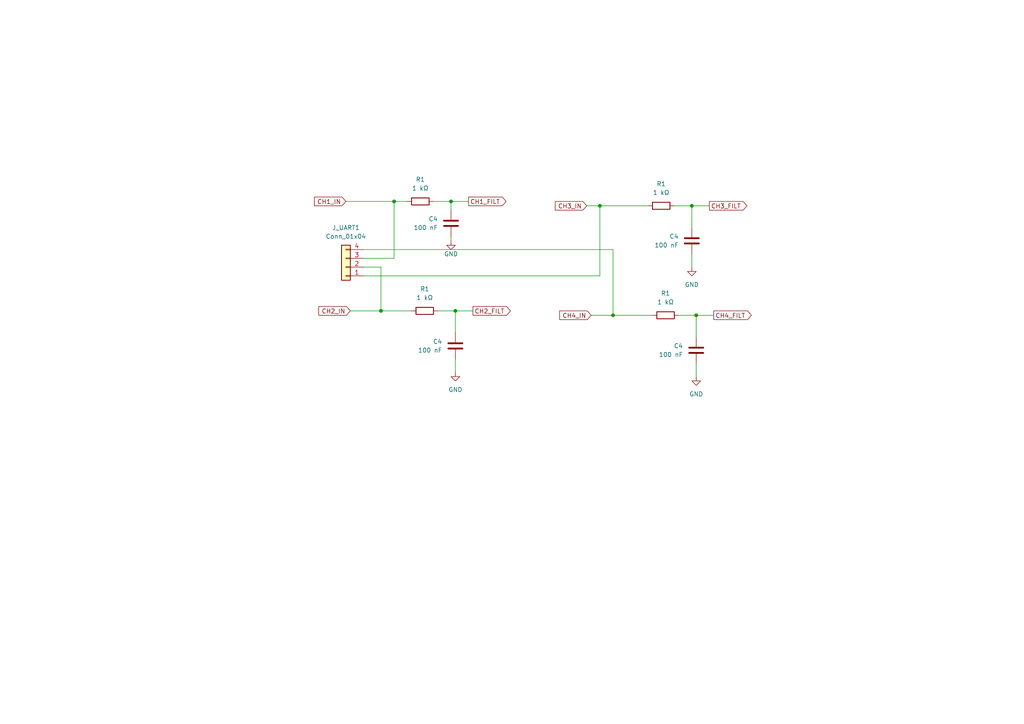
<source format=kicad_sch>
(kicad_sch (version 20230121) (generator eeschema)
  (paper "A4")
  (lib_symbols
    (symbol "Connector_Generic:Conn_01x04" (pin_names (offset 1.016) hide)
      (property "Reference" "J" (at 0 5.08 0))
      (property "Value" "Conn_01x04" (at 0 -7.62 0))
      (symbol "Conn_01x04_1_1"
        (rectangle (start -1.27 -4.953) (end 0 -5.207) (stroke (width 0.1524)))
        (rectangle (start -1.27 -2.413) (end 0 -2.667) (stroke (width 0.1524)))
        (rectangle (start -1.27 0.127) (end 0 -0.127) (stroke (width 0.1524)))
        (rectangle (start -1.27 2.667) (end 0 2.413) (stroke (width 0.1524)))
        (rectangle (start -1.27 3.81) (end 1.27 -6.35) (stroke (width 0.254)) (fill (type background)))
        (pin passive line (at -5.08 2.54 0) (length 3.81) (name "Pin_1") (number "1"))
        (pin passive line (at -5.08 0 0) (length 3.81) (name "Pin_2") (number "2"))
        (pin passive line (at -5.08 -2.54 0) (length 3.81) (name "Pin_3") (number "3"))
        (pin passive line (at -5.08 -5.08 0) (length 3.81) (name "Pin_4") (number "4"))
      )
    )
    (symbol "Device:C" (pin_numbers hide) (pin_names (offset 0.254))
      (property "Reference" "C" (at 0.635 2.54 0))
      (property "Value" "C" (at 0.635 -2.54 0))
      (symbol "C_0_1"
        (polyline (pts (xy -2.032 -0.762) (xy 2.032 -0.762)) (stroke (width 0.508)))
        (polyline (pts (xy -2.032 0.762) (xy 2.032 0.762)) (stroke (width 0.508)))
      )
      (symbol "C_1_1"
        (pin passive line (at 0 3.81 270) (length 2.794) (name "~") (number "1"))
        (pin passive line (at 0 -3.81 90) (length 2.794) (name "~") (number "2"))
      )
    )
    (symbol "Device:R" (pin_numbers hide) (pin_names (offset 0))
      (property "Reference" "R" (at 2.032 0 90))
      (property "Value" "R" (at 0 0 90))
      (symbol "R_0_1"
        (rectangle (start -1.016 -2.54) (end 1.016 2.54) (stroke (width 0.254)))
      )
      (symbol "R_1_1"
        (pin passive line (at 0 3.81 270) (length 1.27) (name "~") (number "1"))
        (pin passive line (at 0 -3.81 90) (length 1.27) (name "~") (number "2"))
      )
    )
    (symbol "power:GND" (power) (pin_names (offset 0))
      (property "Value" "GND" (at 0 -3.81 0))
      (symbol "GND_0_1"
        (polyline (pts (xy 0 0) (xy 0 -1.27) (xy 1.27 -1.27) (xy 0 -2.54) (xy -1.27 -1.27) (xy 0 -1.27)))
      )
      (symbol "GND_1_1"
        (pin power_in line (at 0 0 270) (length 0) hide (name "GND") (number "1"))
      )
    )
  )
  (junction (at 110.49 90.17))
  (junction (at 200.66 59.69))
  (junction (at 173.99 59.69))
  (junction (at 177.8 91.44))
  (junction (at 130.81 58.42))
  (junction (at 201.93 91.44))
  (junction (at 114.3 58.42))
  (junction (at 132.08 90.17))
  (wire (pts (xy 105.41 74.93) (xy 114.3 74.93)))
  (wire (pts (xy 173.99 59.69) (xy 187.96 59.69)))
  (wire (pts (xy 132.08 90.17) (xy 137.16 90.17)))
  (wire (pts (xy 130.81 58.42) (xy 130.81 60.96)))
  (wire (pts (xy 171.45 91.44) (xy 177.8 91.44)))
  (wire (pts (xy 173.99 59.69) (xy 173.99 80.01)))
  (wire (pts (xy 101.6 90.17) (xy 110.49 90.17)))
  (wire (pts (xy 196.85 91.44) (xy 201.93 91.44)))
  (wire (pts (xy 132.08 90.17) (xy 132.08 96.52)))
  (wire (pts (xy 114.3 74.93) (xy 114.3 58.42)))
  (wire (pts (xy 130.81 58.42) (xy 135.89 58.42)))
  (wire (pts (xy 114.3 58.42) (xy 118.11 58.42)))
  (wire (pts (xy 200.66 73.66) (xy 200.66 77.47)))
  (wire (pts (xy 130.81 68.58) (xy 130.81 69.85)))
  (wire (pts (xy 177.8 91.44) (xy 189.23 91.44)))
  (wire (pts (xy 170.18 59.69) (xy 173.99 59.69)))
  (wire (pts (xy 200.66 59.69) (xy 200.66 66.04)))
  (wire (pts (xy 132.08 104.14) (xy 132.08 107.95)))
  (wire (pts (xy 201.93 91.44) (xy 201.93 97.79)))
  (wire (pts (xy 125.73 58.42) (xy 130.81 58.42)))
  (wire (pts (xy 105.41 72.39) (xy 177.8 72.39)))
  (wire (pts (xy 105.41 80.01) (xy 173.99 80.01)))
  (wire (pts (xy 100.33 58.42) (xy 114.3 58.42)))
  (wire (pts (xy 127 90.17) (xy 132.08 90.17)))
  (wire (pts (xy 110.49 90.17) (xy 119.38 90.17)))
  (wire (pts (xy 177.8 72.39) (xy 177.8 91.44)))
  (wire (pts (xy 195.58 59.69) (xy 200.66 59.69)))
  (wire (pts (xy 110.49 77.47) (xy 110.49 90.17)))
  (wire (pts (xy 201.93 91.44) (xy 207.01 91.44)))
  (wire (pts (xy 105.41 77.47) (xy 110.49 77.47)))
  (wire (pts (xy 200.66 59.69) (xy 205.74 59.69)))
  (wire (pts (xy 201.93 105.41) (xy 201.93 109.22)))
  (global_label "CH1_FILT" (shape output) (at 135.89 58.42 0) (property "Intersheetrefs" "${INTERSHEET_REFS}" (effects hide)))
  (global_label "CH4_FILT" (shape output) (at 207.01 91.44 0) (property "Intersheetrefs" "${INTERSHEET_REFS}" (effects hide)))
  (global_label "CH3_FILT" (shape output) (at 205.74 59.69 0) (property "Intersheetrefs" "${INTERSHEET_REFS}" (effects hide)))
  (global_label "CH2_FILT" (shape output) (at 137.16 90.17 0) (property "Intersheetrefs" "${INTERSHEET_REFS}" (effects hide)))
  (global_label "CH4_IN" (shape input) (at 171.45 91.44 180) (property "Intersheetrefs" "${INTERSHEET_REFS}" (effects hide)))
  (global_label "CH1_IN" (shape input) (at 100.33 58.42 180) (property "Intersheetrefs" "${INTERSHEET_REFS}" (effects hide)))
  (global_label "CH3_IN" (shape input) (at 170.18 59.69 180) (property "Intersheetrefs" "${INTERSHEET_REFS}" (effects hide)))
  (global_label "CH2_IN" (shape input) (at 101.6 90.17 180) (property "Intersheetrefs" "${INTERSHEET_REFS}" (effects hide)))
  (symbol (lib_id "power:GND") (at 130.81 69.85 0) (unit 1)
    (property "Reference" "#PWR013" (effects hide))
    (property "Value" "GND" (at 130.81 73.66 0))
  )
  (symbol (lib_id "Device:R") (at 193.04 91.44 90) (unit 1)
    (property "Reference" "R1" (at 193.04 85.09 90))
    (property "Value" "1 kΩ" (at 193.04 87.63 90))
    (property "Footprint" "Resistor_SMD:R_0603_1608Metric" (effects hide))
    (instances (project "DAQ_4CH_16bit_100kSps" (path "" (reference "R1") (unit 1)) (path "" (reference "R9") (unit 1))))
  )
  (symbol (lib_id "Connector_Generic:Conn_01x04") (at 100.33 77.47 180) (unit 1)
    (property "Reference" "J_UART1" (at 100.33 66.04 0))
    (property "Value" "Conn_01x04" (at 100.33 68.58 0))
    (property "Footprint" "Connector_PinHeader_2.54mm:PinHeader_1x04_P2.54mm_Vertical" (effects hide))
    (instances (project "DAQ_4CH_16bit_100kSps" (path "" (reference "J_UART1") (unit 1)) (path "" (reference "J_UART2") (unit 1))))
  )
  (symbol (lib_id "power:GND") (at 132.08 107.95 0) (unit 1)
    (property "Reference" "#PWR014" (effects hide))
    (property "Value" "GND" (at 132.08 113.03 0))
  )
  (symbol (lib_id "Device:C") (at 201.93 101.6 0) (mirror x) (unit 1)
    (property "Reference" "C4" (at 198.12 100.33 0) (effects (justify right)))
    (property "Value" "100 nF" (at 198.12 102.87 0) (effects (justify right)))
    (property "Footprint" "Capacitor_SMD:C_0603_1608Metric" (effects hide))
    (instances (project "DAQ_4CH_16bit_100kSps" (path "" (reference "C4") (unit 1)) (path "" (reference "C1") (unit 1)) (path "" (reference "C14") (unit 1))))
  )
  (symbol (lib_id "power:GND") (at 200.66 77.47 0) (unit 1)
    (property "Reference" "#PWR015" (effects hide))
    (property "Value" "GND" (at 200.66 82.55 0))
  )
  (symbol (lib_id "Device:C") (at 130.81 64.77 0) (mirror x) (unit 1)
    (property "Reference" "C4" (at 127 63.5 0) (effects (justify right)))
    (property "Value" "100 nF" (at 127 66.04 0) (effects (justify right)))
    (property "Footprint" "Capacitor_SMD:C_0603_1608Metric" (effects hide))
    (instances (project "DAQ_4CH_16bit_100kSps" (path "" (reference "C4") (unit 1)) (path "" (reference "C1") (unit 1)) (path "" (reference "C11") (unit 1))))
  )
  (symbol (lib_id "Device:R") (at 123.19 90.17 90) (unit 1)
    (property "Reference" "R1" (at 123.19 83.82 90))
    (property "Value" "1 kΩ" (at 123.19 86.36 90))
    (property "Footprint" "Resistor_SMD:R_0603_1608Metric" (effects hide))
    (instances (project "DAQ_4CH_16bit_100kSps" (path "" (reference "R1") (unit 1)) (path "" (reference "R7") (unit 1))))
  )
  (symbol (lib_id "Device:C") (at 200.66 69.85 0) (mirror x) (unit 1)
    (property "Reference" "C4" (at 196.85 68.58 0) (effects (justify right)))
    (property "Value" "100 nF" (at 196.85 71.12 0) (effects (justify right)))
    (property "Footprint" "Capacitor_SMD:C_0603_1608Metric" (effects hide))
    (instances (project "DAQ_4CH_16bit_100kSps" (path "" (reference "C4") (unit 1)) (path "" (reference "C1") (unit 1)) (path "" (reference "C13") (unit 1))))
  )
  (symbol (lib_id "Device:R") (at 191.77 59.69 90) (unit 1)
    (property "Reference" "R1" (at 191.77 53.34 90))
    (property "Value" "1 kΩ" (at 191.77 55.88 90))
    (property "Footprint" "Resistor_SMD:R_0603_1608Metric" (effects hide))
    (instances (project "DAQ_4CH_16bit_100kSps" (path "" (reference "R1") (unit 1)) (path "" (reference "R8") (unit 1))))
  )
  (symbol (lib_id "power:GND") (at 201.93 109.22 0) (unit 1)
    (property "Reference" "#PWR016" (effects hide))
    (property "Value" "GND" (at 201.93 114.3 0))
  )
  (symbol (lib_id "Device:R") (at 121.92 58.42 90) (unit 1)
    (property "Reference" "R1" (at 121.92 52.07 90))
    (property "Value" "1 kΩ" (at 121.92 54.61 90))
    (property "Footprint" "Resistor_SMD:R_0603_1608Metric" (effects hide))
    (instances (project "DAQ_4CH_16bit_100kSps" (path "" (reference "R1") (unit 1)) (path "" (reference "R6") (unit 1))))
  )
  (symbol (lib_id "Device:C") (at 132.08 100.33 0) (mirror x) (unit 1)
    (property "Reference" "C4" (at 128.27 99.06 0) (effects (justify right)))
    (property "Value" "100 nF" (at 128.27 101.6 0) (effects (justify right)))
    (property "Footprint" "Capacitor_SMD:C_0603_1608Metric" (effects hide))
    (instances (project "DAQ_4CH_16bit_100kSps" (path "" (reference "C4") (unit 1)) (path "" (reference "C1") (unit 1)) (path "" (reference "C12") (unit 1))))
  )
)
</source>
